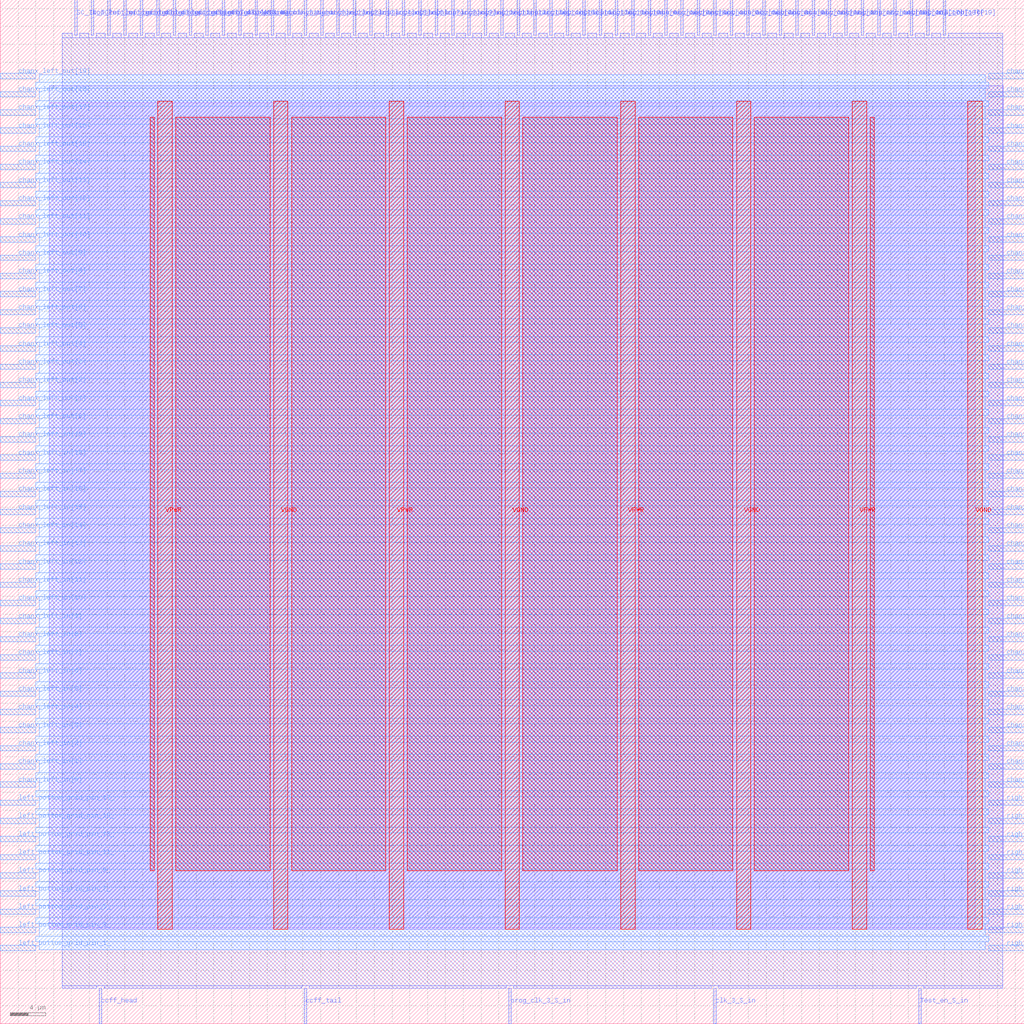
<source format=lef>
VERSION 5.7 ;
  NOWIREEXTENSIONATPIN ON ;
  DIVIDERCHAR "/" ;
  BUSBITCHARS "[]" ;
MACRO sb_1__0_
  CLASS BLOCK ;
  FOREIGN sb_1__0_ ;
  ORIGIN 0.000 0.000 ;
  SIZE 115.000 BY 115.000 ;
  PIN SC_IN_TOP
    DIRECTION INPUT ;
    USE SIGNAL ;
    PORT
      LAYER met2 ;
        RECT 8.370 111.000 8.650 115.000 ;
    END
  END SC_IN_TOP
  PIN SC_OUT_TOP
    DIRECTION OUTPUT TRISTATE ;
    USE SIGNAL ;
    PORT
      LAYER met2 ;
        RECT 105.890 111.000 106.170 115.000 ;
    END
  END SC_OUT_TOP
  PIN Test_en_N_out
    DIRECTION OUTPUT TRISTATE ;
    USE SIGNAL ;
    PORT
      LAYER met2 ;
        RECT 26.770 111.000 27.050 115.000 ;
    END
  END Test_en_N_out
  PIN Test_en_S_in
    DIRECTION INPUT ;
    USE SIGNAL ;
    PORT
      LAYER met2 ;
        RECT 103.130 0.000 103.410 4.000 ;
    END
  END Test_en_S_in
  PIN VGND
    DIRECTION INOUT ;
    USE GROUND ;
    PORT
      LAYER met4 ;
        RECT 30.710 10.640 32.310 103.600 ;
    END
    PORT
      LAYER met4 ;
        RECT 56.700 10.640 58.300 103.600 ;
    END
    PORT
      LAYER met4 ;
        RECT 82.690 10.640 84.290 103.600 ;
    END
    PORT
      LAYER met4 ;
        RECT 108.680 10.640 110.280 103.600 ;
    END
  END VGND
  PIN VPWR
    DIRECTION INOUT ;
    USE POWER ;
    PORT
      LAYER met4 ;
        RECT 17.715 10.640 19.315 103.600 ;
    END
    PORT
      LAYER met4 ;
        RECT 43.705 10.640 45.305 103.600 ;
    END
    PORT
      LAYER met4 ;
        RECT 69.695 10.640 71.295 103.600 ;
    END
    PORT
      LAYER met4 ;
        RECT 95.685 10.640 97.285 103.600 ;
    END
  END VPWR
  PIN ccff_head
    DIRECTION INPUT ;
    USE SIGNAL ;
    PORT
      LAYER met2 ;
        RECT 11.130 0.000 11.410 4.000 ;
    END
  END ccff_head
  PIN ccff_tail
    DIRECTION OUTPUT TRISTATE ;
    USE SIGNAL ;
    PORT
      LAYER met2 ;
        RECT 34.130 0.000 34.410 4.000 ;
    END
  END ccff_tail
  PIN chanx_left_in[0]
    DIRECTION INPUT ;
    USE SIGNAL ;
    PORT
      LAYER met3 ;
        RECT 0.000 26.560 4.000 27.160 ;
    END
  END chanx_left_in[0]
  PIN chanx_left_in[10]
    DIRECTION INPUT ;
    USE SIGNAL ;
    PORT
      LAYER met3 ;
        RECT 0.000 46.960 4.000 47.560 ;
    END
  END chanx_left_in[10]
  PIN chanx_left_in[11]
    DIRECTION INPUT ;
    USE SIGNAL ;
    PORT
      LAYER met3 ;
        RECT 0.000 49.000 4.000 49.600 ;
    END
  END chanx_left_in[11]
  PIN chanx_left_in[12]
    DIRECTION INPUT ;
    USE SIGNAL ;
    PORT
      LAYER met3 ;
        RECT 0.000 51.040 4.000 51.640 ;
    END
  END chanx_left_in[12]
  PIN chanx_left_in[13]
    DIRECTION INPUT ;
    USE SIGNAL ;
    PORT
      LAYER met3 ;
        RECT 0.000 53.080 4.000 53.680 ;
    END
  END chanx_left_in[13]
  PIN chanx_left_in[14]
    DIRECTION INPUT ;
    USE SIGNAL ;
    PORT
      LAYER met3 ;
        RECT 0.000 55.120 4.000 55.720 ;
    END
  END chanx_left_in[14]
  PIN chanx_left_in[15]
    DIRECTION INPUT ;
    USE SIGNAL ;
    PORT
      LAYER met3 ;
        RECT 0.000 57.160 4.000 57.760 ;
    END
  END chanx_left_in[15]
  PIN chanx_left_in[16]
    DIRECTION INPUT ;
    USE SIGNAL ;
    PORT
      LAYER met3 ;
        RECT 0.000 59.200 4.000 59.800 ;
    END
  END chanx_left_in[16]
  PIN chanx_left_in[17]
    DIRECTION INPUT ;
    USE SIGNAL ;
    PORT
      LAYER met3 ;
        RECT 0.000 61.240 4.000 61.840 ;
    END
  END chanx_left_in[17]
  PIN chanx_left_in[18]
    DIRECTION INPUT ;
    USE SIGNAL ;
    PORT
      LAYER met3 ;
        RECT 0.000 63.280 4.000 63.880 ;
    END
  END chanx_left_in[18]
  PIN chanx_left_in[19]
    DIRECTION INPUT ;
    USE SIGNAL ;
    PORT
      LAYER met3 ;
        RECT 0.000 65.320 4.000 65.920 ;
    END
  END chanx_left_in[19]
  PIN chanx_left_in[1]
    DIRECTION INPUT ;
    USE SIGNAL ;
    PORT
      LAYER met3 ;
        RECT 0.000 28.600 4.000 29.200 ;
    END
  END chanx_left_in[1]
  PIN chanx_left_in[2]
    DIRECTION INPUT ;
    USE SIGNAL ;
    PORT
      LAYER met3 ;
        RECT 0.000 30.640 4.000 31.240 ;
    END
  END chanx_left_in[2]
  PIN chanx_left_in[3]
    DIRECTION INPUT ;
    USE SIGNAL ;
    PORT
      LAYER met3 ;
        RECT 0.000 32.680 4.000 33.280 ;
    END
  END chanx_left_in[3]
  PIN chanx_left_in[4]
    DIRECTION INPUT ;
    USE SIGNAL ;
    PORT
      LAYER met3 ;
        RECT 0.000 34.720 4.000 35.320 ;
    END
  END chanx_left_in[4]
  PIN chanx_left_in[5]
    DIRECTION INPUT ;
    USE SIGNAL ;
    PORT
      LAYER met3 ;
        RECT 0.000 36.760 4.000 37.360 ;
    END
  END chanx_left_in[5]
  PIN chanx_left_in[6]
    DIRECTION INPUT ;
    USE SIGNAL ;
    PORT
      LAYER met3 ;
        RECT 0.000 38.800 4.000 39.400 ;
    END
  END chanx_left_in[6]
  PIN chanx_left_in[7]
    DIRECTION INPUT ;
    USE SIGNAL ;
    PORT
      LAYER met3 ;
        RECT 0.000 40.840 4.000 41.440 ;
    END
  END chanx_left_in[7]
  PIN chanx_left_in[8]
    DIRECTION INPUT ;
    USE SIGNAL ;
    PORT
      LAYER met3 ;
        RECT 0.000 42.880 4.000 43.480 ;
    END
  END chanx_left_in[8]
  PIN chanx_left_in[9]
    DIRECTION INPUT ;
    USE SIGNAL ;
    PORT
      LAYER met3 ;
        RECT 0.000 44.920 4.000 45.520 ;
    END
  END chanx_left_in[9]
  PIN chanx_left_out[0]
    DIRECTION OUTPUT TRISTATE ;
    USE SIGNAL ;
    PORT
      LAYER met3 ;
        RECT 0.000 67.360 4.000 67.960 ;
    END
  END chanx_left_out[0]
  PIN chanx_left_out[10]
    DIRECTION OUTPUT TRISTATE ;
    USE SIGNAL ;
    PORT
      LAYER met3 ;
        RECT 0.000 87.760 4.000 88.360 ;
    END
  END chanx_left_out[10]
  PIN chanx_left_out[11]
    DIRECTION OUTPUT TRISTATE ;
    USE SIGNAL ;
    PORT
      LAYER met3 ;
        RECT 0.000 89.800 4.000 90.400 ;
    END
  END chanx_left_out[11]
  PIN chanx_left_out[12]
    DIRECTION OUTPUT TRISTATE ;
    USE SIGNAL ;
    PORT
      LAYER met3 ;
        RECT 0.000 91.840 4.000 92.440 ;
    END
  END chanx_left_out[12]
  PIN chanx_left_out[13]
    DIRECTION OUTPUT TRISTATE ;
    USE SIGNAL ;
    PORT
      LAYER met3 ;
        RECT 0.000 93.880 4.000 94.480 ;
    END
  END chanx_left_out[13]
  PIN chanx_left_out[14]
    DIRECTION OUTPUT TRISTATE ;
    USE SIGNAL ;
    PORT
      LAYER met3 ;
        RECT 0.000 95.920 4.000 96.520 ;
    END
  END chanx_left_out[14]
  PIN chanx_left_out[15]
    DIRECTION OUTPUT TRISTATE ;
    USE SIGNAL ;
    PORT
      LAYER met3 ;
        RECT 0.000 97.960 4.000 98.560 ;
    END
  END chanx_left_out[15]
  PIN chanx_left_out[16]
    DIRECTION OUTPUT TRISTATE ;
    USE SIGNAL ;
    PORT
      LAYER met3 ;
        RECT 0.000 100.000 4.000 100.600 ;
    END
  END chanx_left_out[16]
  PIN chanx_left_out[17]
    DIRECTION OUTPUT TRISTATE ;
    USE SIGNAL ;
    PORT
      LAYER met3 ;
        RECT 0.000 102.040 4.000 102.640 ;
    END
  END chanx_left_out[17]
  PIN chanx_left_out[18]
    DIRECTION OUTPUT TRISTATE ;
    USE SIGNAL ;
    PORT
      LAYER met3 ;
        RECT 0.000 104.080 4.000 104.680 ;
    END
  END chanx_left_out[18]
  PIN chanx_left_out[19]
    DIRECTION OUTPUT TRISTATE ;
    USE SIGNAL ;
    PORT
      LAYER met3 ;
        RECT 0.000 106.120 4.000 106.720 ;
    END
  END chanx_left_out[19]
  PIN chanx_left_out[1]
    DIRECTION OUTPUT TRISTATE ;
    USE SIGNAL ;
    PORT
      LAYER met3 ;
        RECT 0.000 69.400 4.000 70.000 ;
    END
  END chanx_left_out[1]
  PIN chanx_left_out[2]
    DIRECTION OUTPUT TRISTATE ;
    USE SIGNAL ;
    PORT
      LAYER met3 ;
        RECT 0.000 71.440 4.000 72.040 ;
    END
  END chanx_left_out[2]
  PIN chanx_left_out[3]
    DIRECTION OUTPUT TRISTATE ;
    USE SIGNAL ;
    PORT
      LAYER met3 ;
        RECT 0.000 73.480 4.000 74.080 ;
    END
  END chanx_left_out[3]
  PIN chanx_left_out[4]
    DIRECTION OUTPUT TRISTATE ;
    USE SIGNAL ;
    PORT
      LAYER met3 ;
        RECT 0.000 75.520 4.000 76.120 ;
    END
  END chanx_left_out[4]
  PIN chanx_left_out[5]
    DIRECTION OUTPUT TRISTATE ;
    USE SIGNAL ;
    PORT
      LAYER met3 ;
        RECT 0.000 77.560 4.000 78.160 ;
    END
  END chanx_left_out[5]
  PIN chanx_left_out[6]
    DIRECTION OUTPUT TRISTATE ;
    USE SIGNAL ;
    PORT
      LAYER met3 ;
        RECT 0.000 79.600 4.000 80.200 ;
    END
  END chanx_left_out[6]
  PIN chanx_left_out[7]
    DIRECTION OUTPUT TRISTATE ;
    USE SIGNAL ;
    PORT
      LAYER met3 ;
        RECT 0.000 81.640 4.000 82.240 ;
    END
  END chanx_left_out[7]
  PIN chanx_left_out[8]
    DIRECTION OUTPUT TRISTATE ;
    USE SIGNAL ;
    PORT
      LAYER met3 ;
        RECT 0.000 83.680 4.000 84.280 ;
    END
  END chanx_left_out[8]
  PIN chanx_left_out[9]
    DIRECTION OUTPUT TRISTATE ;
    USE SIGNAL ;
    PORT
      LAYER met3 ;
        RECT 0.000 85.720 4.000 86.320 ;
    END
  END chanx_left_out[9]
  PIN chanx_right_in[0]
    DIRECTION INPUT ;
    USE SIGNAL ;
    PORT
      LAYER met3 ;
        RECT 111.000 26.560 115.000 27.160 ;
    END
  END chanx_right_in[0]
  PIN chanx_right_in[10]
    DIRECTION INPUT ;
    USE SIGNAL ;
    PORT
      LAYER met3 ;
        RECT 111.000 46.960 115.000 47.560 ;
    END
  END chanx_right_in[10]
  PIN chanx_right_in[11]
    DIRECTION INPUT ;
    USE SIGNAL ;
    PORT
      LAYER met3 ;
        RECT 111.000 49.000 115.000 49.600 ;
    END
  END chanx_right_in[11]
  PIN chanx_right_in[12]
    DIRECTION INPUT ;
    USE SIGNAL ;
    PORT
      LAYER met3 ;
        RECT 111.000 51.040 115.000 51.640 ;
    END
  END chanx_right_in[12]
  PIN chanx_right_in[13]
    DIRECTION INPUT ;
    USE SIGNAL ;
    PORT
      LAYER met3 ;
        RECT 111.000 53.080 115.000 53.680 ;
    END
  END chanx_right_in[13]
  PIN chanx_right_in[14]
    DIRECTION INPUT ;
    USE SIGNAL ;
    PORT
      LAYER met3 ;
        RECT 111.000 55.120 115.000 55.720 ;
    END
  END chanx_right_in[14]
  PIN chanx_right_in[15]
    DIRECTION INPUT ;
    USE SIGNAL ;
    PORT
      LAYER met3 ;
        RECT 111.000 57.160 115.000 57.760 ;
    END
  END chanx_right_in[15]
  PIN chanx_right_in[16]
    DIRECTION INPUT ;
    USE SIGNAL ;
    PORT
      LAYER met3 ;
        RECT 111.000 59.200 115.000 59.800 ;
    END
  END chanx_right_in[16]
  PIN chanx_right_in[17]
    DIRECTION INPUT ;
    USE SIGNAL ;
    PORT
      LAYER met3 ;
        RECT 111.000 61.240 115.000 61.840 ;
    END
  END chanx_right_in[17]
  PIN chanx_right_in[18]
    DIRECTION INPUT ;
    USE SIGNAL ;
    PORT
      LAYER met3 ;
        RECT 111.000 63.280 115.000 63.880 ;
    END
  END chanx_right_in[18]
  PIN chanx_right_in[19]
    DIRECTION INPUT ;
    USE SIGNAL ;
    PORT
      LAYER met3 ;
        RECT 111.000 65.320 115.000 65.920 ;
    END
  END chanx_right_in[19]
  PIN chanx_right_in[1]
    DIRECTION INPUT ;
    USE SIGNAL ;
    PORT
      LAYER met3 ;
        RECT 111.000 28.600 115.000 29.200 ;
    END
  END chanx_right_in[1]
  PIN chanx_right_in[2]
    DIRECTION INPUT ;
    USE SIGNAL ;
    PORT
      LAYER met3 ;
        RECT 111.000 30.640 115.000 31.240 ;
    END
  END chanx_right_in[2]
  PIN chanx_right_in[3]
    DIRECTION INPUT ;
    USE SIGNAL ;
    PORT
      LAYER met3 ;
        RECT 111.000 32.680 115.000 33.280 ;
    END
  END chanx_right_in[3]
  PIN chanx_right_in[4]
    DIRECTION INPUT ;
    USE SIGNAL ;
    PORT
      LAYER met3 ;
        RECT 111.000 34.720 115.000 35.320 ;
    END
  END chanx_right_in[4]
  PIN chanx_right_in[5]
    DIRECTION INPUT ;
    USE SIGNAL ;
    PORT
      LAYER met3 ;
        RECT 111.000 36.760 115.000 37.360 ;
    END
  END chanx_right_in[5]
  PIN chanx_right_in[6]
    DIRECTION INPUT ;
    USE SIGNAL ;
    PORT
      LAYER met3 ;
        RECT 111.000 38.800 115.000 39.400 ;
    END
  END chanx_right_in[6]
  PIN chanx_right_in[7]
    DIRECTION INPUT ;
    USE SIGNAL ;
    PORT
      LAYER met3 ;
        RECT 111.000 40.840 115.000 41.440 ;
    END
  END chanx_right_in[7]
  PIN chanx_right_in[8]
    DIRECTION INPUT ;
    USE SIGNAL ;
    PORT
      LAYER met3 ;
        RECT 111.000 42.880 115.000 43.480 ;
    END
  END chanx_right_in[8]
  PIN chanx_right_in[9]
    DIRECTION INPUT ;
    USE SIGNAL ;
    PORT
      LAYER met3 ;
        RECT 111.000 44.920 115.000 45.520 ;
    END
  END chanx_right_in[9]
  PIN chanx_right_out[0]
    DIRECTION OUTPUT TRISTATE ;
    USE SIGNAL ;
    PORT
      LAYER met3 ;
        RECT 111.000 67.360 115.000 67.960 ;
    END
  END chanx_right_out[0]
  PIN chanx_right_out[10]
    DIRECTION OUTPUT TRISTATE ;
    USE SIGNAL ;
    PORT
      LAYER met3 ;
        RECT 111.000 87.760 115.000 88.360 ;
    END
  END chanx_right_out[10]
  PIN chanx_right_out[11]
    DIRECTION OUTPUT TRISTATE ;
    USE SIGNAL ;
    PORT
      LAYER met3 ;
        RECT 111.000 89.800 115.000 90.400 ;
    END
  END chanx_right_out[11]
  PIN chanx_right_out[12]
    DIRECTION OUTPUT TRISTATE ;
    USE SIGNAL ;
    PORT
      LAYER met3 ;
        RECT 111.000 91.840 115.000 92.440 ;
    END
  END chanx_right_out[12]
  PIN chanx_right_out[13]
    DIRECTION OUTPUT TRISTATE ;
    USE SIGNAL ;
    PORT
      LAYER met3 ;
        RECT 111.000 93.880 115.000 94.480 ;
    END
  END chanx_right_out[13]
  PIN chanx_right_out[14]
    DIRECTION OUTPUT TRISTATE ;
    USE SIGNAL ;
    PORT
      LAYER met3 ;
        RECT 111.000 95.920 115.000 96.520 ;
    END
  END chanx_right_out[14]
  PIN chanx_right_out[15]
    DIRECTION OUTPUT TRISTATE ;
    USE SIGNAL ;
    PORT
      LAYER met3 ;
        RECT 111.000 97.960 115.000 98.560 ;
    END
  END chanx_right_out[15]
  PIN chanx_right_out[16]
    DIRECTION OUTPUT TRISTATE ;
    USE SIGNAL ;
    PORT
      LAYER met3 ;
        RECT 111.000 100.000 115.000 100.600 ;
    END
  END chanx_right_out[16]
  PIN chanx_right_out[17]
    DIRECTION OUTPUT TRISTATE ;
    USE SIGNAL ;
    PORT
      LAYER met3 ;
        RECT 111.000 102.040 115.000 102.640 ;
    END
  END chanx_right_out[17]
  PIN chanx_right_out[18]
    DIRECTION OUTPUT TRISTATE ;
    USE SIGNAL ;
    PORT
      LAYER met3 ;
        RECT 111.000 104.080 115.000 104.680 ;
    END
  END chanx_right_out[18]
  PIN chanx_right_out[19]
    DIRECTION OUTPUT TRISTATE ;
    USE SIGNAL ;
    PORT
      LAYER met3 ;
        RECT 111.000 106.120 115.000 106.720 ;
    END
  END chanx_right_out[19]
  PIN chanx_right_out[1]
    DIRECTION OUTPUT TRISTATE ;
    USE SIGNAL ;
    PORT
      LAYER met3 ;
        RECT 111.000 69.400 115.000 70.000 ;
    END
  END chanx_right_out[1]
  PIN chanx_right_out[2]
    DIRECTION OUTPUT TRISTATE ;
    USE SIGNAL ;
    PORT
      LAYER met3 ;
        RECT 111.000 71.440 115.000 72.040 ;
    END
  END chanx_right_out[2]
  PIN chanx_right_out[3]
    DIRECTION OUTPUT TRISTATE ;
    USE SIGNAL ;
    PORT
      LAYER met3 ;
        RECT 111.000 73.480 115.000 74.080 ;
    END
  END chanx_right_out[3]
  PIN chanx_right_out[4]
    DIRECTION OUTPUT TRISTATE ;
    USE SIGNAL ;
    PORT
      LAYER met3 ;
        RECT 111.000 75.520 115.000 76.120 ;
    END
  END chanx_right_out[4]
  PIN chanx_right_out[5]
    DIRECTION OUTPUT TRISTATE ;
    USE SIGNAL ;
    PORT
      LAYER met3 ;
        RECT 111.000 77.560 115.000 78.160 ;
    END
  END chanx_right_out[5]
  PIN chanx_right_out[6]
    DIRECTION OUTPUT TRISTATE ;
    USE SIGNAL ;
    PORT
      LAYER met3 ;
        RECT 111.000 79.600 115.000 80.200 ;
    END
  END chanx_right_out[6]
  PIN chanx_right_out[7]
    DIRECTION OUTPUT TRISTATE ;
    USE SIGNAL ;
    PORT
      LAYER met3 ;
        RECT 111.000 81.640 115.000 82.240 ;
    END
  END chanx_right_out[7]
  PIN chanx_right_out[8]
    DIRECTION OUTPUT TRISTATE ;
    USE SIGNAL ;
    PORT
      LAYER met3 ;
        RECT 111.000 83.680 115.000 84.280 ;
    END
  END chanx_right_out[8]
  PIN chanx_right_out[9]
    DIRECTION OUTPUT TRISTATE ;
    USE SIGNAL ;
    PORT
      LAYER met3 ;
        RECT 111.000 85.720 115.000 86.320 ;
    END
  END chanx_right_out[9]
  PIN chany_top_in[0]
    DIRECTION INPUT ;
    USE SIGNAL ;
    PORT
      LAYER met2 ;
        RECT 32.290 111.000 32.570 115.000 ;
    END
  END chany_top_in[0]
  PIN chany_top_in[10]
    DIRECTION INPUT ;
    USE SIGNAL ;
    PORT
      LAYER met2 ;
        RECT 50.690 111.000 50.970 115.000 ;
    END
  END chany_top_in[10]
  PIN chany_top_in[11]
    DIRECTION INPUT ;
    USE SIGNAL ;
    PORT
      LAYER met2 ;
        RECT 52.530 111.000 52.810 115.000 ;
    END
  END chany_top_in[11]
  PIN chany_top_in[12]
    DIRECTION INPUT ;
    USE SIGNAL ;
    PORT
      LAYER met2 ;
        RECT 54.370 111.000 54.650 115.000 ;
    END
  END chany_top_in[12]
  PIN chany_top_in[13]
    DIRECTION INPUT ;
    USE SIGNAL ;
    PORT
      LAYER met2 ;
        RECT 56.210 111.000 56.490 115.000 ;
    END
  END chany_top_in[13]
  PIN chany_top_in[14]
    DIRECTION INPUT ;
    USE SIGNAL ;
    PORT
      LAYER met2 ;
        RECT 58.050 111.000 58.330 115.000 ;
    END
  END chany_top_in[14]
  PIN chany_top_in[15]
    DIRECTION INPUT ;
    USE SIGNAL ;
    PORT
      LAYER met2 ;
        RECT 59.890 111.000 60.170 115.000 ;
    END
  END chany_top_in[15]
  PIN chany_top_in[16]
    DIRECTION INPUT ;
    USE SIGNAL ;
    PORT
      LAYER met2 ;
        RECT 61.730 111.000 62.010 115.000 ;
    END
  END chany_top_in[16]
  PIN chany_top_in[17]
    DIRECTION INPUT ;
    USE SIGNAL ;
    PORT
      LAYER met2 ;
        RECT 63.570 111.000 63.850 115.000 ;
    END
  END chany_top_in[17]
  PIN chany_top_in[18]
    DIRECTION INPUT ;
    USE SIGNAL ;
    PORT
      LAYER met2 ;
        RECT 65.410 111.000 65.690 115.000 ;
    END
  END chany_top_in[18]
  PIN chany_top_in[19]
    DIRECTION INPUT ;
    USE SIGNAL ;
    PORT
      LAYER met2 ;
        RECT 67.250 111.000 67.530 115.000 ;
    END
  END chany_top_in[19]
  PIN chany_top_in[1]
    DIRECTION INPUT ;
    USE SIGNAL ;
    PORT
      LAYER met2 ;
        RECT 34.130 111.000 34.410 115.000 ;
    END
  END chany_top_in[1]
  PIN chany_top_in[2]
    DIRECTION INPUT ;
    USE SIGNAL ;
    PORT
      LAYER met2 ;
        RECT 35.970 111.000 36.250 115.000 ;
    END
  END chany_top_in[2]
  PIN chany_top_in[3]
    DIRECTION INPUT ;
    USE SIGNAL ;
    PORT
      LAYER met2 ;
        RECT 37.810 111.000 38.090 115.000 ;
    END
  END chany_top_in[3]
  PIN chany_top_in[4]
    DIRECTION INPUT ;
    USE SIGNAL ;
    PORT
      LAYER met2 ;
        RECT 39.650 111.000 39.930 115.000 ;
    END
  END chany_top_in[4]
  PIN chany_top_in[5]
    DIRECTION INPUT ;
    USE SIGNAL ;
    PORT
      LAYER met2 ;
        RECT 41.490 111.000 41.770 115.000 ;
    END
  END chany_top_in[5]
  PIN chany_top_in[6]
    DIRECTION INPUT ;
    USE SIGNAL ;
    PORT
      LAYER met2 ;
        RECT 43.330 111.000 43.610 115.000 ;
    END
  END chany_top_in[6]
  PIN chany_top_in[7]
    DIRECTION INPUT ;
    USE SIGNAL ;
    PORT
      LAYER met2 ;
        RECT 45.170 111.000 45.450 115.000 ;
    END
  END chany_top_in[7]
  PIN chany_top_in[8]
    DIRECTION INPUT ;
    USE SIGNAL ;
    PORT
      LAYER met2 ;
        RECT 47.010 111.000 47.290 115.000 ;
    END
  END chany_top_in[8]
  PIN chany_top_in[9]
    DIRECTION INPUT ;
    USE SIGNAL ;
    PORT
      LAYER met2 ;
        RECT 48.850 111.000 49.130 115.000 ;
    END
  END chany_top_in[9]
  PIN chany_top_out[0]
    DIRECTION OUTPUT TRISTATE ;
    USE SIGNAL ;
    PORT
      LAYER met2 ;
        RECT 69.090 111.000 69.370 115.000 ;
    END
  END chany_top_out[0]
  PIN chany_top_out[10]
    DIRECTION OUTPUT TRISTATE ;
    USE SIGNAL ;
    PORT
      LAYER met2 ;
        RECT 87.490 111.000 87.770 115.000 ;
    END
  END chany_top_out[10]
  PIN chany_top_out[11]
    DIRECTION OUTPUT TRISTATE ;
    USE SIGNAL ;
    PORT
      LAYER met2 ;
        RECT 89.330 111.000 89.610 115.000 ;
    END
  END chany_top_out[11]
  PIN chany_top_out[12]
    DIRECTION OUTPUT TRISTATE ;
    USE SIGNAL ;
    PORT
      LAYER met2 ;
        RECT 91.170 111.000 91.450 115.000 ;
    END
  END chany_top_out[12]
  PIN chany_top_out[13]
    DIRECTION OUTPUT TRISTATE ;
    USE SIGNAL ;
    PORT
      LAYER met2 ;
        RECT 93.010 111.000 93.290 115.000 ;
    END
  END chany_top_out[13]
  PIN chany_top_out[14]
    DIRECTION OUTPUT TRISTATE ;
    USE SIGNAL ;
    PORT
      LAYER met2 ;
        RECT 94.850 111.000 95.130 115.000 ;
    END
  END chany_top_out[14]
  PIN chany_top_out[15]
    DIRECTION OUTPUT TRISTATE ;
    USE SIGNAL ;
    PORT
      LAYER met2 ;
        RECT 96.690 111.000 96.970 115.000 ;
    END
  END chany_top_out[15]
  PIN chany_top_out[16]
    DIRECTION OUTPUT TRISTATE ;
    USE SIGNAL ;
    PORT
      LAYER met2 ;
        RECT 98.530 111.000 98.810 115.000 ;
    END
  END chany_top_out[16]
  PIN chany_top_out[17]
    DIRECTION OUTPUT TRISTATE ;
    USE SIGNAL ;
    PORT
      LAYER met2 ;
        RECT 100.370 111.000 100.650 115.000 ;
    END
  END chany_top_out[17]
  PIN chany_top_out[18]
    DIRECTION OUTPUT TRISTATE ;
    USE SIGNAL ;
    PORT
      LAYER met2 ;
        RECT 102.210 111.000 102.490 115.000 ;
    END
  END chany_top_out[18]
  PIN chany_top_out[19]
    DIRECTION OUTPUT TRISTATE ;
    USE SIGNAL ;
    PORT
      LAYER met2 ;
        RECT 104.050 111.000 104.330 115.000 ;
    END
  END chany_top_out[19]
  PIN chany_top_out[1]
    DIRECTION OUTPUT TRISTATE ;
    USE SIGNAL ;
    PORT
      LAYER met2 ;
        RECT 70.930 111.000 71.210 115.000 ;
    END
  END chany_top_out[1]
  PIN chany_top_out[2]
    DIRECTION OUTPUT TRISTATE ;
    USE SIGNAL ;
    PORT
      LAYER met2 ;
        RECT 72.770 111.000 73.050 115.000 ;
    END
  END chany_top_out[2]
  PIN chany_top_out[3]
    DIRECTION OUTPUT TRISTATE ;
    USE SIGNAL ;
    PORT
      LAYER met2 ;
        RECT 74.610 111.000 74.890 115.000 ;
    END
  END chany_top_out[3]
  PIN chany_top_out[4]
    DIRECTION OUTPUT TRISTATE ;
    USE SIGNAL ;
    PORT
      LAYER met2 ;
        RECT 76.450 111.000 76.730 115.000 ;
    END
  END chany_top_out[4]
  PIN chany_top_out[5]
    DIRECTION OUTPUT TRISTATE ;
    USE SIGNAL ;
    PORT
      LAYER met2 ;
        RECT 78.290 111.000 78.570 115.000 ;
    END
  END chany_top_out[5]
  PIN chany_top_out[6]
    DIRECTION OUTPUT TRISTATE ;
    USE SIGNAL ;
    PORT
      LAYER met2 ;
        RECT 80.130 111.000 80.410 115.000 ;
    END
  END chany_top_out[6]
  PIN chany_top_out[7]
    DIRECTION OUTPUT TRISTATE ;
    USE SIGNAL ;
    PORT
      LAYER met2 ;
        RECT 81.970 111.000 82.250 115.000 ;
    END
  END chany_top_out[7]
  PIN chany_top_out[8]
    DIRECTION OUTPUT TRISTATE ;
    USE SIGNAL ;
    PORT
      LAYER met2 ;
        RECT 83.810 111.000 84.090 115.000 ;
    END
  END chany_top_out[8]
  PIN chany_top_out[9]
    DIRECTION OUTPUT TRISTATE ;
    USE SIGNAL ;
    PORT
      LAYER met2 ;
        RECT 85.650 111.000 85.930 115.000 ;
    END
  END chany_top_out[9]
  PIN clk_3_N_out
    DIRECTION OUTPUT TRISTATE ;
    USE SIGNAL ;
    PORT
      LAYER met2 ;
        RECT 28.610 111.000 28.890 115.000 ;
    END
  END clk_3_N_out
  PIN clk_3_S_in
    DIRECTION INPUT ;
    USE SIGNAL ;
    PORT
      LAYER met2 ;
        RECT 80.130 0.000 80.410 4.000 ;
    END
  END clk_3_S_in
  PIN left_bottom_grid_pin_11_
    DIRECTION INPUT ;
    USE SIGNAL ;
    PORT
      LAYER met3 ;
        RECT 0.000 18.400 4.000 19.000 ;
    END
  END left_bottom_grid_pin_11_
  PIN left_bottom_grid_pin_13_
    DIRECTION INPUT ;
    USE SIGNAL ;
    PORT
      LAYER met3 ;
        RECT 0.000 20.440 4.000 21.040 ;
    END
  END left_bottom_grid_pin_13_
  PIN left_bottom_grid_pin_15_
    DIRECTION INPUT ;
    USE SIGNAL ;
    PORT
      LAYER met3 ;
        RECT 0.000 22.480 4.000 23.080 ;
    END
  END left_bottom_grid_pin_15_
  PIN left_bottom_grid_pin_17_
    DIRECTION INPUT ;
    USE SIGNAL ;
    PORT
      LAYER met3 ;
        RECT 0.000 24.520 4.000 25.120 ;
    END
  END left_bottom_grid_pin_17_
  PIN left_bottom_grid_pin_1_
    DIRECTION INPUT ;
    USE SIGNAL ;
    PORT
      LAYER met3 ;
        RECT 0.000 8.200 4.000 8.800 ;
    END
  END left_bottom_grid_pin_1_
  PIN left_bottom_grid_pin_3_
    DIRECTION INPUT ;
    USE SIGNAL ;
    PORT
      LAYER met3 ;
        RECT 0.000 10.240 4.000 10.840 ;
    END
  END left_bottom_grid_pin_3_
  PIN left_bottom_grid_pin_5_
    DIRECTION INPUT ;
    USE SIGNAL ;
    PORT
      LAYER met3 ;
        RECT 0.000 12.280 4.000 12.880 ;
    END
  END left_bottom_grid_pin_5_
  PIN left_bottom_grid_pin_7_
    DIRECTION INPUT ;
    USE SIGNAL ;
    PORT
      LAYER met3 ;
        RECT 0.000 14.320 4.000 14.920 ;
    END
  END left_bottom_grid_pin_7_
  PIN left_bottom_grid_pin_9_
    DIRECTION INPUT ;
    USE SIGNAL ;
    PORT
      LAYER met3 ;
        RECT 0.000 16.360 4.000 16.960 ;
    END
  END left_bottom_grid_pin_9_
  PIN prog_clk_0_N_in
    DIRECTION INPUT ;
    USE SIGNAL ;
    PORT
      LAYER met2 ;
        RECT 24.930 111.000 25.210 115.000 ;
    END
  END prog_clk_0_N_in
  PIN prog_clk_3_N_out
    DIRECTION OUTPUT TRISTATE ;
    USE SIGNAL ;
    PORT
      LAYER met2 ;
        RECT 30.450 111.000 30.730 115.000 ;
    END
  END prog_clk_3_N_out
  PIN prog_clk_3_S_in
    DIRECTION INPUT ;
    USE SIGNAL ;
    PORT
      LAYER met2 ;
        RECT 57.130 0.000 57.410 4.000 ;
    END
  END prog_clk_3_S_in
  PIN right_bottom_grid_pin_11_
    DIRECTION INPUT ;
    USE SIGNAL ;
    PORT
      LAYER met3 ;
        RECT 111.000 18.400 115.000 19.000 ;
    END
  END right_bottom_grid_pin_11_
  PIN right_bottom_grid_pin_13_
    DIRECTION INPUT ;
    USE SIGNAL ;
    PORT
      LAYER met3 ;
        RECT 111.000 20.440 115.000 21.040 ;
    END
  END right_bottom_grid_pin_13_
  PIN right_bottom_grid_pin_15_
    DIRECTION INPUT ;
    USE SIGNAL ;
    PORT
      LAYER met3 ;
        RECT 111.000 22.480 115.000 23.080 ;
    END
  END right_bottom_grid_pin_15_
  PIN right_bottom_grid_pin_17_
    DIRECTION INPUT ;
    USE SIGNAL ;
    PORT
      LAYER met3 ;
        RECT 111.000 24.520 115.000 25.120 ;
    END
  END right_bottom_grid_pin_17_
  PIN right_bottom_grid_pin_1_
    DIRECTION INPUT ;
    USE SIGNAL ;
    PORT
      LAYER met3 ;
        RECT 111.000 8.200 115.000 8.800 ;
    END
  END right_bottom_grid_pin_1_
  PIN right_bottom_grid_pin_3_
    DIRECTION INPUT ;
    USE SIGNAL ;
    PORT
      LAYER met3 ;
        RECT 111.000 10.240 115.000 10.840 ;
    END
  END right_bottom_grid_pin_3_
  PIN right_bottom_grid_pin_5_
    DIRECTION INPUT ;
    USE SIGNAL ;
    PORT
      LAYER met3 ;
        RECT 111.000 12.280 115.000 12.880 ;
    END
  END right_bottom_grid_pin_5_
  PIN right_bottom_grid_pin_7_
    DIRECTION INPUT ;
    USE SIGNAL ;
    PORT
      LAYER met3 ;
        RECT 111.000 14.320 115.000 14.920 ;
    END
  END right_bottom_grid_pin_7_
  PIN right_bottom_grid_pin_9_
    DIRECTION INPUT ;
    USE SIGNAL ;
    PORT
      LAYER met3 ;
        RECT 111.000 16.360 115.000 16.960 ;
    END
  END right_bottom_grid_pin_9_
  PIN top_left_grid_pin_42_
    DIRECTION INPUT ;
    USE SIGNAL ;
    PORT
      LAYER met2 ;
        RECT 10.210 111.000 10.490 115.000 ;
    END
  END top_left_grid_pin_42_
  PIN top_left_grid_pin_43_
    DIRECTION INPUT ;
    USE SIGNAL ;
    PORT
      LAYER met2 ;
        RECT 12.050 111.000 12.330 115.000 ;
    END
  END top_left_grid_pin_43_
  PIN top_left_grid_pin_44_
    DIRECTION INPUT ;
    USE SIGNAL ;
    PORT
      LAYER met2 ;
        RECT 13.890 111.000 14.170 115.000 ;
    END
  END top_left_grid_pin_44_
  PIN top_left_grid_pin_45_
    DIRECTION INPUT ;
    USE SIGNAL ;
    PORT
      LAYER met2 ;
        RECT 15.730 111.000 16.010 115.000 ;
    END
  END top_left_grid_pin_45_
  PIN top_left_grid_pin_46_
    DIRECTION INPUT ;
    USE SIGNAL ;
    PORT
      LAYER met2 ;
        RECT 17.570 111.000 17.850 115.000 ;
    END
  END top_left_grid_pin_46_
  PIN top_left_grid_pin_47_
    DIRECTION INPUT ;
    USE SIGNAL ;
    PORT
      LAYER met2 ;
        RECT 19.410 111.000 19.690 115.000 ;
    END
  END top_left_grid_pin_47_
  PIN top_left_grid_pin_48_
    DIRECTION INPUT ;
    USE SIGNAL ;
    PORT
      LAYER met2 ;
        RECT 21.250 111.000 21.530 115.000 ;
    END
  END top_left_grid_pin_48_
  PIN top_left_grid_pin_49_
    DIRECTION INPUT ;
    USE SIGNAL ;
    PORT
      LAYER met2 ;
        RECT 23.090 111.000 23.370 115.000 ;
    END
  END top_left_grid_pin_49_
  OBS
      LAYER li1 ;
        RECT 5.520 10.795 109.480 103.445 ;
      LAYER met1 ;
        RECT 5.520 10.640 112.630 105.360 ;
      LAYER met2 ;
        RECT 6.990 110.720 8.090 111.250 ;
        RECT 8.930 110.720 9.930 111.250 ;
        RECT 10.770 110.720 11.770 111.250 ;
        RECT 12.610 110.720 13.610 111.250 ;
        RECT 14.450 110.720 15.450 111.250 ;
        RECT 16.290 110.720 17.290 111.250 ;
        RECT 18.130 110.720 19.130 111.250 ;
        RECT 19.970 110.720 20.970 111.250 ;
        RECT 21.810 110.720 22.810 111.250 ;
        RECT 23.650 110.720 24.650 111.250 ;
        RECT 25.490 110.720 26.490 111.250 ;
        RECT 27.330 110.720 28.330 111.250 ;
        RECT 29.170 110.720 30.170 111.250 ;
        RECT 31.010 110.720 32.010 111.250 ;
        RECT 32.850 110.720 33.850 111.250 ;
        RECT 34.690 110.720 35.690 111.250 ;
        RECT 36.530 110.720 37.530 111.250 ;
        RECT 38.370 110.720 39.370 111.250 ;
        RECT 40.210 110.720 41.210 111.250 ;
        RECT 42.050 110.720 43.050 111.250 ;
        RECT 43.890 110.720 44.890 111.250 ;
        RECT 45.730 110.720 46.730 111.250 ;
        RECT 47.570 110.720 48.570 111.250 ;
        RECT 49.410 110.720 50.410 111.250 ;
        RECT 51.250 110.720 52.250 111.250 ;
        RECT 53.090 110.720 54.090 111.250 ;
        RECT 54.930 110.720 55.930 111.250 ;
        RECT 56.770 110.720 57.770 111.250 ;
        RECT 58.610 110.720 59.610 111.250 ;
        RECT 60.450 110.720 61.450 111.250 ;
        RECT 62.290 110.720 63.290 111.250 ;
        RECT 64.130 110.720 65.130 111.250 ;
        RECT 65.970 110.720 66.970 111.250 ;
        RECT 67.810 110.720 68.810 111.250 ;
        RECT 69.650 110.720 70.650 111.250 ;
        RECT 71.490 110.720 72.490 111.250 ;
        RECT 73.330 110.720 74.330 111.250 ;
        RECT 75.170 110.720 76.170 111.250 ;
        RECT 77.010 110.720 78.010 111.250 ;
        RECT 78.850 110.720 79.850 111.250 ;
        RECT 80.690 110.720 81.690 111.250 ;
        RECT 82.530 110.720 83.530 111.250 ;
        RECT 84.370 110.720 85.370 111.250 ;
        RECT 86.210 110.720 87.210 111.250 ;
        RECT 88.050 110.720 89.050 111.250 ;
        RECT 89.890 110.720 90.890 111.250 ;
        RECT 91.730 110.720 92.730 111.250 ;
        RECT 93.570 110.720 94.570 111.250 ;
        RECT 95.410 110.720 96.410 111.250 ;
        RECT 97.250 110.720 98.250 111.250 ;
        RECT 99.090 110.720 100.090 111.250 ;
        RECT 100.930 110.720 101.930 111.250 ;
        RECT 102.770 110.720 103.770 111.250 ;
        RECT 104.610 110.720 105.610 111.250 ;
        RECT 106.450 110.720 112.600 111.250 ;
        RECT 6.990 4.280 112.600 110.720 ;
        RECT 6.990 4.000 10.850 4.280 ;
        RECT 11.690 4.000 33.850 4.280 ;
        RECT 34.690 4.000 56.850 4.280 ;
        RECT 57.690 4.000 79.850 4.280 ;
        RECT 80.690 4.000 102.850 4.280 ;
        RECT 103.690 4.000 112.600 4.280 ;
      LAYER met3 ;
        RECT 4.400 105.720 110.600 106.585 ;
        RECT 4.000 105.080 111.010 105.720 ;
        RECT 4.400 103.680 110.600 105.080 ;
        RECT 4.000 103.040 111.010 103.680 ;
        RECT 4.400 101.640 110.600 103.040 ;
        RECT 4.000 101.000 111.010 101.640 ;
        RECT 4.400 99.600 110.600 101.000 ;
        RECT 4.000 98.960 111.010 99.600 ;
        RECT 4.400 97.560 110.600 98.960 ;
        RECT 4.000 96.920 111.010 97.560 ;
        RECT 4.400 95.520 110.600 96.920 ;
        RECT 4.000 94.880 111.010 95.520 ;
        RECT 4.400 93.480 110.600 94.880 ;
        RECT 4.000 92.840 111.010 93.480 ;
        RECT 4.400 91.440 110.600 92.840 ;
        RECT 4.000 90.800 111.010 91.440 ;
        RECT 4.400 89.400 110.600 90.800 ;
        RECT 4.000 88.760 111.010 89.400 ;
        RECT 4.400 87.360 110.600 88.760 ;
        RECT 4.000 86.720 111.010 87.360 ;
        RECT 4.400 85.320 110.600 86.720 ;
        RECT 4.000 84.680 111.010 85.320 ;
        RECT 4.400 83.280 110.600 84.680 ;
        RECT 4.000 82.640 111.010 83.280 ;
        RECT 4.400 81.240 110.600 82.640 ;
        RECT 4.000 80.600 111.010 81.240 ;
        RECT 4.400 79.200 110.600 80.600 ;
        RECT 4.000 78.560 111.010 79.200 ;
        RECT 4.400 77.160 110.600 78.560 ;
        RECT 4.000 76.520 111.010 77.160 ;
        RECT 4.400 75.120 110.600 76.520 ;
        RECT 4.000 74.480 111.010 75.120 ;
        RECT 4.400 73.080 110.600 74.480 ;
        RECT 4.000 72.440 111.010 73.080 ;
        RECT 4.400 71.040 110.600 72.440 ;
        RECT 4.000 70.400 111.010 71.040 ;
        RECT 4.400 69.000 110.600 70.400 ;
        RECT 4.000 68.360 111.010 69.000 ;
        RECT 4.400 66.960 110.600 68.360 ;
        RECT 4.000 66.320 111.010 66.960 ;
        RECT 4.400 64.920 110.600 66.320 ;
        RECT 4.000 64.280 111.010 64.920 ;
        RECT 4.400 62.880 110.600 64.280 ;
        RECT 4.000 62.240 111.010 62.880 ;
        RECT 4.400 60.840 110.600 62.240 ;
        RECT 4.000 60.200 111.010 60.840 ;
        RECT 4.400 58.800 110.600 60.200 ;
        RECT 4.000 58.160 111.010 58.800 ;
        RECT 4.400 56.760 110.600 58.160 ;
        RECT 4.000 56.120 111.010 56.760 ;
        RECT 4.400 54.720 110.600 56.120 ;
        RECT 4.000 54.080 111.010 54.720 ;
        RECT 4.400 52.680 110.600 54.080 ;
        RECT 4.000 52.040 111.010 52.680 ;
        RECT 4.400 50.640 110.600 52.040 ;
        RECT 4.000 50.000 111.010 50.640 ;
        RECT 4.400 48.600 110.600 50.000 ;
        RECT 4.000 47.960 111.010 48.600 ;
        RECT 4.400 46.560 110.600 47.960 ;
        RECT 4.000 45.920 111.010 46.560 ;
        RECT 4.400 44.520 110.600 45.920 ;
        RECT 4.000 43.880 111.010 44.520 ;
        RECT 4.400 42.480 110.600 43.880 ;
        RECT 4.000 41.840 111.010 42.480 ;
        RECT 4.400 40.440 110.600 41.840 ;
        RECT 4.000 39.800 111.010 40.440 ;
        RECT 4.400 38.400 110.600 39.800 ;
        RECT 4.000 37.760 111.010 38.400 ;
        RECT 4.400 36.360 110.600 37.760 ;
        RECT 4.000 35.720 111.010 36.360 ;
        RECT 4.400 34.320 110.600 35.720 ;
        RECT 4.000 33.680 111.010 34.320 ;
        RECT 4.400 32.280 110.600 33.680 ;
        RECT 4.000 31.640 111.010 32.280 ;
        RECT 4.400 30.240 110.600 31.640 ;
        RECT 4.000 29.600 111.010 30.240 ;
        RECT 4.400 28.200 110.600 29.600 ;
        RECT 4.000 27.560 111.010 28.200 ;
        RECT 4.400 26.160 110.600 27.560 ;
        RECT 4.000 25.520 111.010 26.160 ;
        RECT 4.400 24.120 110.600 25.520 ;
        RECT 4.000 23.480 111.010 24.120 ;
        RECT 4.400 22.080 110.600 23.480 ;
        RECT 4.000 21.440 111.010 22.080 ;
        RECT 4.400 20.040 110.600 21.440 ;
        RECT 4.000 19.400 111.010 20.040 ;
        RECT 4.400 18.000 110.600 19.400 ;
        RECT 4.000 17.360 111.010 18.000 ;
        RECT 4.400 15.960 110.600 17.360 ;
        RECT 4.000 15.320 111.010 15.960 ;
        RECT 4.400 13.920 110.600 15.320 ;
        RECT 4.000 13.280 111.010 13.920 ;
        RECT 4.400 11.880 110.600 13.280 ;
        RECT 4.000 11.240 111.010 11.880 ;
        RECT 4.400 9.840 110.600 11.240 ;
        RECT 4.000 9.200 111.010 9.840 ;
        RECT 4.400 8.335 110.600 9.200 ;
      LAYER met4 ;
        RECT 16.855 17.175 17.315 101.825 ;
        RECT 19.715 17.175 30.310 101.825 ;
        RECT 32.710 17.175 43.305 101.825 ;
        RECT 45.705 17.175 56.300 101.825 ;
        RECT 58.700 17.175 69.295 101.825 ;
        RECT 71.695 17.175 82.290 101.825 ;
        RECT 84.690 17.175 95.285 101.825 ;
        RECT 97.685 17.175 98.145 101.825 ;
  END
END sb_1__0_
END LIBRARY


</source>
